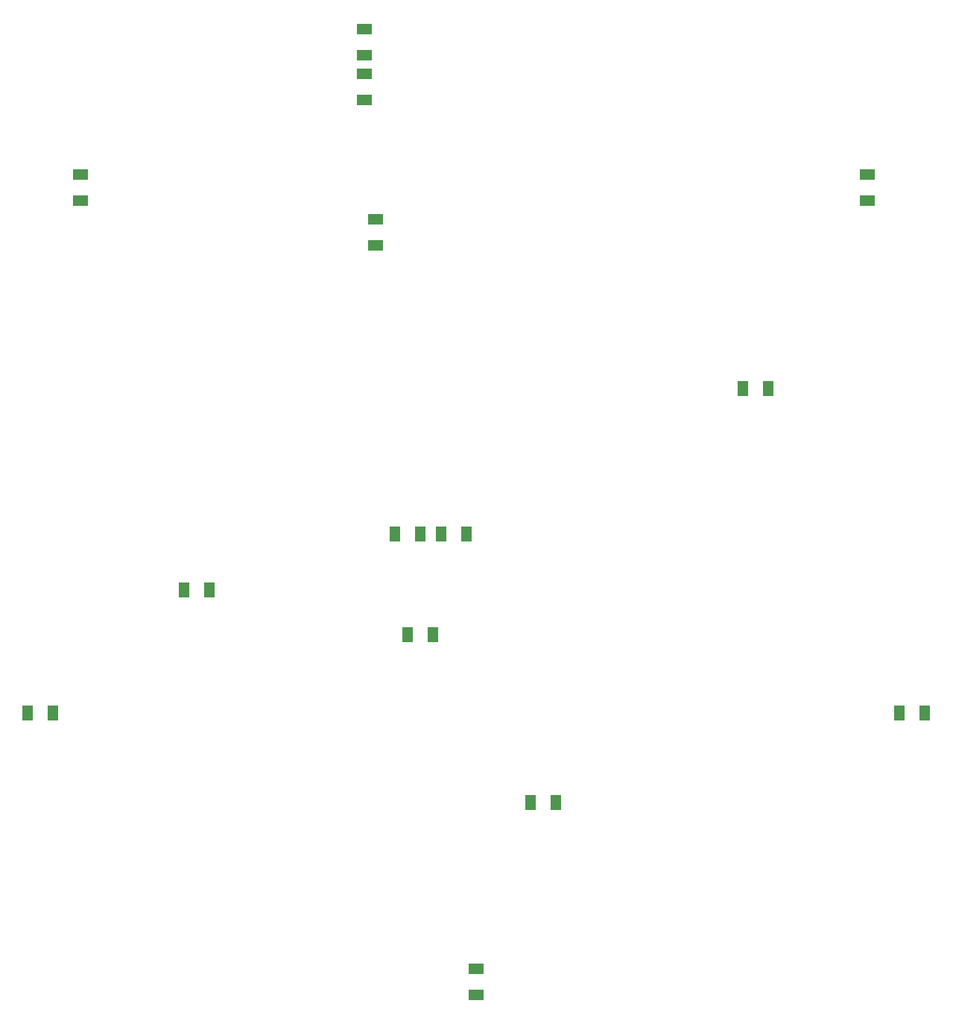
<source format=gbp>
G04*
G04 #@! TF.GenerationSoftware,Altium Limited,Altium Designer,18.1.7 (191)*
G04*
G04 Layer_Color=128*
%FSLAX44Y44*%
%MOMM*%
G71*
G01*
G75*
%ADD77R,1.1500X1.8000*%
%ADD78R,1.8000X1.1500*%
D77*
X480800Y-254000D02*
D03*
X509800D02*
D03*
X-480800D02*
D03*
X-509800D02*
D03*
X303000Y114300D02*
D03*
X332000D02*
D03*
X61700Y-355600D02*
D03*
X90700D02*
D03*
X-303000Y-114300D02*
D03*
X-332000D02*
D03*
X-78000Y-165100D02*
D03*
X-49000D02*
D03*
X-39900Y-50800D02*
D03*
X-10900D02*
D03*
X-92500D02*
D03*
X-63500D02*
D03*
D78*
X0Y-544300D02*
D03*
Y-573300D02*
D03*
X-450114Y328400D02*
D03*
Y357400D02*
D03*
X-127000Y442700D02*
D03*
Y471700D02*
D03*
X-114300Y277600D02*
D03*
Y306600D02*
D03*
X-127000Y493500D02*
D03*
Y522500D02*
D03*
X444500Y328400D02*
D03*
Y357400D02*
D03*
M02*

</source>
